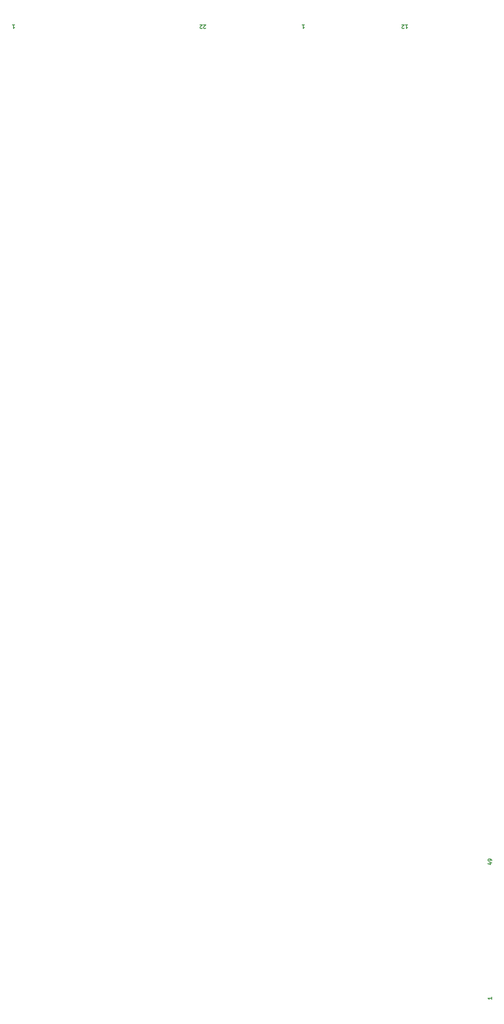
<source format=gbr>
%TF.GenerationSoftware,KiCad,Pcbnew,(6.0.1-0)*%
%TF.CreationDate,2022-02-08T11:31:06-05:00*%
%TF.ProjectId,atari_gravitar_black_widow,61746172-695f-4677-9261-76697461725f,rev?*%
%TF.SameCoordinates,Original*%
%TF.FileFunction,Legend,Bot*%
%TF.FilePolarity,Positive*%
%FSLAX46Y46*%
G04 Gerber Fmt 4.6, Leading zero omitted, Abs format (unit mm)*
G04 Created by KiCad (PCBNEW (6.0.1-0)) date 2022-02-08 11:31:06*
%MOMM*%
%LPD*%
G01*
G04 APERTURE LIST*
%ADD10C,0.444500*%
G04 APERTURE END LIST*
D10*
X176614666Y-35348333D02*
X176530000Y-35433000D01*
X176360666Y-35517666D01*
X175937333Y-35517666D01*
X175768000Y-35433000D01*
X175683333Y-35348333D01*
X175598666Y-35179000D01*
X175598666Y-35009666D01*
X175683333Y-34755666D01*
X176699333Y-33739666D01*
X175598666Y-33739666D01*
X174921333Y-35348333D02*
X174836666Y-35433000D01*
X174667333Y-35517666D01*
X174244000Y-35517666D01*
X174074666Y-35433000D01*
X173990000Y-35348333D01*
X173905333Y-35179000D01*
X173905333Y-35009666D01*
X173990000Y-34755666D01*
X175006000Y-33739666D01*
X173905333Y-33739666D01*
X315510333Y-505460000D02*
X315510333Y-506476000D01*
X315510333Y-505968000D02*
X313732333Y-505968000D01*
X313986333Y-506137333D01*
X314155666Y-506306666D01*
X314240333Y-506476000D01*
X223520000Y-33739666D02*
X224536000Y-33739666D01*
X224028000Y-33739666D02*
X224028000Y-35517666D01*
X224197333Y-35263666D01*
X224366666Y-35094333D01*
X224536000Y-35009666D01*
X314325000Y-440309000D02*
X315510333Y-440309000D01*
X313647666Y-440732333D02*
X314917666Y-441155666D01*
X314917666Y-440055000D01*
X315510333Y-439293000D02*
X315510333Y-438954333D01*
X315425666Y-438785000D01*
X315341000Y-438700333D01*
X315087000Y-438531000D01*
X314748333Y-438446333D01*
X314071000Y-438446333D01*
X313901666Y-438531000D01*
X313817000Y-438615666D01*
X313732333Y-438785000D01*
X313732333Y-439123666D01*
X313817000Y-439293000D01*
X313901666Y-439377666D01*
X314071000Y-439462333D01*
X314494333Y-439462333D01*
X314663666Y-439377666D01*
X314748333Y-439293000D01*
X314833000Y-439123666D01*
X314833000Y-438785000D01*
X314748333Y-438615666D01*
X314663666Y-438531000D01*
X314494333Y-438446333D01*
X273642666Y-33739666D02*
X274658666Y-33739666D01*
X274150666Y-33739666D02*
X274150666Y-35517666D01*
X274320000Y-35263666D01*
X274489333Y-35094333D01*
X274658666Y-35009666D01*
X272965333Y-35348333D02*
X272880666Y-35433000D01*
X272711333Y-35517666D01*
X272288000Y-35517666D01*
X272118666Y-35433000D01*
X272034000Y-35348333D01*
X271949333Y-35179000D01*
X271949333Y-35009666D01*
X272034000Y-34755666D01*
X273050000Y-33739666D01*
X271949333Y-33739666D01*
X82804000Y-33739666D02*
X83820000Y-33739666D01*
X83312000Y-33739666D02*
X83312000Y-35517666D01*
X83481333Y-35263666D01*
X83650666Y-35094333D01*
X83820000Y-35009666D01*
M02*

</source>
